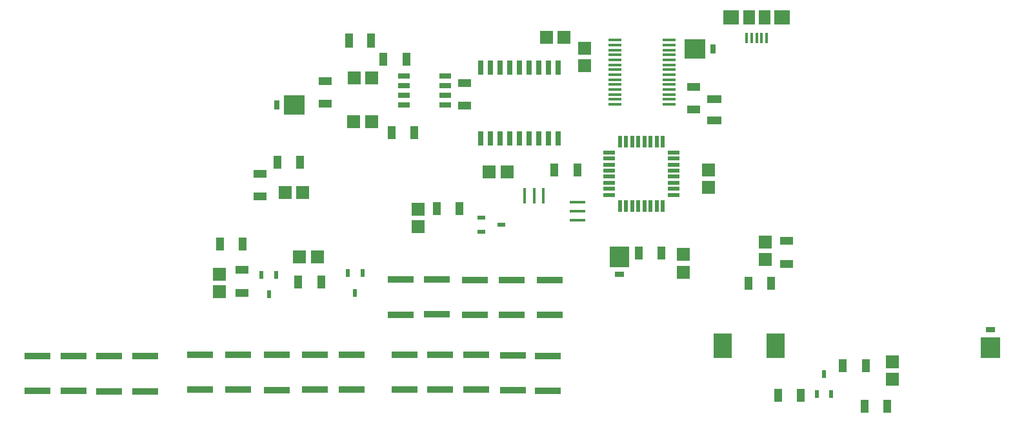
<source format=gtp>
G04*
G04 #@! TF.GenerationSoftware,Altium Limited,Altium Designer,19.0.10 (269)*
G04*
G04 Layer_Color=8421504*
%FSLAX44Y44*%
%MOMM*%
G71*
G01*
G75*
%ADD18R,1.8000X0.3500*%
%ADD19R,1.8000X1.0500*%
%ADD20R,0.4000X2.0000*%
%ADD21R,2.0000X0.4000*%
%ADD22R,3.4300X0.8500*%
%ADD23R,0.6500X1.8500*%
%ADD24R,1.5250X0.6500*%
%ADD25R,1.5000X0.5000*%
%ADD26R,0.5000X1.5000*%
%ADD27R,1.0300X1.8700*%
%ADD28R,1.0500X1.8000*%
%ADD29R,1.0000X0.6000*%
%ADD30R,0.6000X1.0000*%
%ADD31R,1.5000X1.9000*%
%ADD32R,0.4000X1.3500*%
%ADD33R,2.1000X1.9000*%
%ADD34R,2.5400X2.6700*%
%ADD35R,1.2700X0.7620*%
%ADD36R,2.4000X3.3000*%
%ADD37R,1.7500X1.7000*%
%ADD38R,1.7000X1.7500*%
%ADD39R,1.8700X1.0300*%
%ADD40R,0.7620X1.2700*%
%ADD41R,2.6700X2.5400*%
D18*
X948048Y1030000D02*
D03*
Y1036500D02*
D03*
Y1043000D02*
D03*
Y1049500D02*
D03*
Y1056000D02*
D03*
Y1062500D02*
D03*
Y1069000D02*
D03*
Y1075500D02*
D03*
Y1082000D02*
D03*
Y1088500D02*
D03*
Y1095000D02*
D03*
Y1101500D02*
D03*
Y1108000D02*
D03*
Y1114500D02*
D03*
X1019048D02*
D03*
Y1108000D02*
D03*
Y1101500D02*
D03*
Y1095000D02*
D03*
Y1088500D02*
D03*
Y1082000D02*
D03*
Y1075500D02*
D03*
Y1069000D02*
D03*
Y1062500D02*
D03*
Y1056000D02*
D03*
Y1049500D02*
D03*
Y1043000D02*
D03*
Y1036500D02*
D03*
Y1030000D02*
D03*
D19*
X568096Y1030540D02*
D03*
Y1060540D02*
D03*
X1172972Y820406D02*
D03*
Y850406D02*
D03*
X458978Y812306D02*
D03*
Y782306D02*
D03*
X482600Y909052D02*
D03*
Y939052D02*
D03*
X750316Y1027960D02*
D03*
Y1057960D02*
D03*
X1051306Y1052920D02*
D03*
Y1022920D02*
D03*
D20*
X853756Y909650D02*
D03*
X841756D02*
D03*
X829756D02*
D03*
D21*
X898906Y901330D02*
D03*
Y889330D02*
D03*
Y877330D02*
D03*
D22*
X503936Y654418D02*
D03*
Y700418D02*
D03*
X403352Y655030D02*
D03*
Y701030D02*
D03*
X672338Y654672D02*
D03*
Y700672D02*
D03*
X862076Y799300D02*
D03*
Y753300D02*
D03*
X190246Y653110D02*
D03*
Y699110D02*
D03*
X765556Y654672D02*
D03*
Y700672D02*
D03*
X860298Y653402D02*
D03*
Y699402D02*
D03*
X718354Y654672D02*
D03*
Y700672D02*
D03*
X764286Y753300D02*
D03*
Y799300D02*
D03*
X814324Y653910D02*
D03*
Y699910D02*
D03*
X602742Y654926D02*
D03*
Y700926D02*
D03*
X553974Y654926D02*
D03*
Y700926D02*
D03*
X714248Y753732D02*
D03*
Y799732D02*
D03*
X331216Y652690D02*
D03*
Y698690D02*
D03*
X453898Y655030D02*
D03*
Y701030D02*
D03*
X812546Y753300D02*
D03*
Y799300D02*
D03*
X666496Y753478D02*
D03*
Y799478D02*
D03*
X284226Y652830D02*
D03*
Y698830D02*
D03*
X237236Y653110D02*
D03*
Y699110D02*
D03*
D23*
X771906Y1078320D02*
D03*
X784606D02*
D03*
X797306D02*
D03*
X810006D02*
D03*
X822706D02*
D03*
X835406D02*
D03*
X848106D02*
D03*
X860806D02*
D03*
X873506D02*
D03*
Y984820D02*
D03*
X860806D02*
D03*
X848106D02*
D03*
X835406D02*
D03*
X822706D02*
D03*
X810006D02*
D03*
X797306D02*
D03*
X784606D02*
D03*
X771906D02*
D03*
D24*
X671126Y1067130D02*
D03*
Y1054430D02*
D03*
Y1041730D02*
D03*
Y1029030D02*
D03*
X725366D02*
D03*
Y1041730D02*
D03*
Y1054430D02*
D03*
Y1067130D02*
D03*
D25*
X940226Y966860D02*
D03*
Y958860D02*
D03*
Y950860D02*
D03*
Y942860D02*
D03*
Y934860D02*
D03*
Y926860D02*
D03*
Y918860D02*
D03*
Y910860D02*
D03*
X1025226D02*
D03*
Y918860D02*
D03*
Y926860D02*
D03*
Y934860D02*
D03*
Y942860D02*
D03*
Y950860D02*
D03*
Y958860D02*
D03*
Y966860D02*
D03*
D26*
X954726Y896360D02*
D03*
X962726D02*
D03*
X970726D02*
D03*
X978726D02*
D03*
X986726D02*
D03*
X994726D02*
D03*
X1002726D02*
D03*
X1010726D02*
D03*
Y981360D02*
D03*
X1002726D02*
D03*
X994726D02*
D03*
X986726D02*
D03*
X978726D02*
D03*
X970726D02*
D03*
X962726D02*
D03*
X954726D02*
D03*
D27*
X599464Y1113790D02*
D03*
X627864D02*
D03*
D28*
X1122920Y794766D02*
D03*
X1152920D02*
D03*
X1009156Y834720D02*
D03*
X979156D02*
D03*
X713980Y893318D02*
D03*
X743980D02*
D03*
X429486Y846150D02*
D03*
X459486D02*
D03*
X532370Y796290D02*
D03*
X562370D02*
D03*
X1277126Y686530D02*
D03*
X1247126D02*
D03*
X1305574Y633222D02*
D03*
X1275574D02*
D03*
X504938Y954024D02*
D03*
X534938D02*
D03*
X1192036Y647700D02*
D03*
X1162036D02*
D03*
X898666Y943940D02*
D03*
X868666D02*
D03*
X684798Y992632D02*
D03*
X654798D02*
D03*
X644130Y1089152D02*
D03*
X674130D02*
D03*
D29*
X798876Y871550D02*
D03*
X772876Y881050D02*
D03*
Y862050D02*
D03*
D30*
X493776Y779988D02*
D03*
X503276Y805988D02*
D03*
X484276D02*
D03*
X607060Y782020D02*
D03*
X616560Y808020D02*
D03*
X597560D02*
D03*
X1222502Y675178D02*
D03*
X1213002Y649178D02*
D03*
X1232002D02*
D03*
D31*
X1124016Y1144600D02*
D03*
X1144016D02*
D03*
D32*
X1147016Y1117600D02*
D03*
X1121016D02*
D03*
X1140516D02*
D03*
X1127516D02*
D03*
X1134016D02*
D03*
D33*
X1100516Y1144600D02*
D03*
X1167516D02*
D03*
D34*
X1440350Y710387D02*
D03*
X953516Y829640D02*
D03*
D35*
X1440350Y733897D02*
D03*
X953516Y806130D02*
D03*
D36*
X1158446Y712470D02*
D03*
X1088946D02*
D03*
D37*
X907796Y1081030D02*
D03*
Y1104030D02*
D03*
X1070356Y921010D02*
D03*
Y944010D02*
D03*
X1038098Y832428D02*
D03*
Y809428D02*
D03*
X1145286Y849192D02*
D03*
Y826192D02*
D03*
X689356Y868870D02*
D03*
Y891870D02*
D03*
X429006Y783850D02*
D03*
Y806850D02*
D03*
X1311656Y691280D02*
D03*
Y668280D02*
D03*
D38*
X881196Y1117930D02*
D03*
X858196D02*
D03*
X806266Y941400D02*
D03*
X783266D02*
D03*
X605536Y1064590D02*
D03*
X628536D02*
D03*
X605466Y1007440D02*
D03*
X628466D02*
D03*
X557346Y829655D02*
D03*
X534346D02*
D03*
X538042Y913892D02*
D03*
X515042D02*
D03*
D39*
X1077976Y1008720D02*
D03*
Y1037120D02*
D03*
D40*
X1076721Y1102690D02*
D03*
X503936Y1029030D02*
D03*
D41*
X1053211Y1102690D02*
D03*
X527446Y1029030D02*
D03*
M02*

</source>
